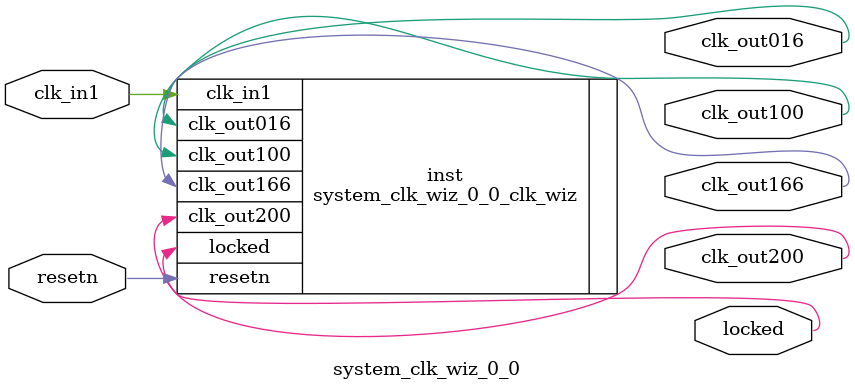
<source format=v>


`timescale 1ps/1ps

(* CORE_GENERATION_INFO = "system_clk_wiz_0_0,clk_wiz_v5_4_3_0,{component_name=system_clk_wiz_0_0,use_phase_alignment=true,use_min_o_jitter=false,use_max_i_jitter=false,use_dyn_phase_shift=false,use_inclk_switchover=false,use_dyn_reconfig=false,enable_axi=0,feedback_source=FDBK_AUTO,PRIMITIVE=MMCM,num_out_clk=4,clkin1_period=10.000,clkin2_period=10.000,use_power_down=false,use_reset=true,use_locked=true,use_inclk_stopped=false,feedback_type=SINGLE,CLOCK_MGR_TYPE=NA,manual_override=false}" *)

module system_clk_wiz_0_0 
 (
  // Clock out ports
  output        clk_out166,
  output        clk_out200,
  output        clk_out100,
  output        clk_out016,
  // Status and control signals
  input         resetn,
  output        locked,
 // Clock in ports
  input         clk_in1
 );

  system_clk_wiz_0_0_clk_wiz inst
  (
  // Clock out ports  
  .clk_out166(clk_out166),
  .clk_out200(clk_out200),
  .clk_out100(clk_out100),
  .clk_out016(clk_out016),
  // Status and control signals               
  .resetn(resetn), 
  .locked(locked),
 // Clock in ports
  .clk_in1(clk_in1)
  );

endmodule

</source>
